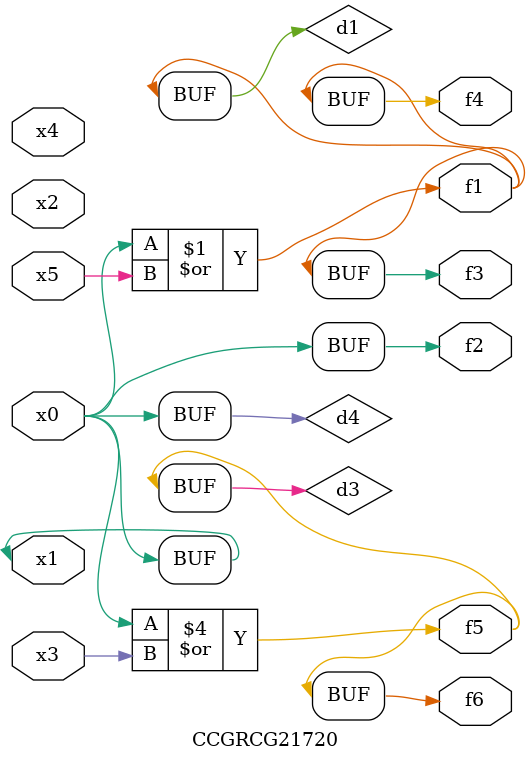
<source format=v>
module CCGRCG21720(
	input x0, x1, x2, x3, x4, x5,
	output f1, f2, f3, f4, f5, f6
);

	wire d1, d2, d3, d4;

	or (d1, x0, x5);
	xnor (d2, x1, x4);
	or (d3, x0, x3);
	buf (d4, x0, x1);
	assign f1 = d1;
	assign f2 = d4;
	assign f3 = d1;
	assign f4 = d1;
	assign f5 = d3;
	assign f6 = d3;
endmodule

</source>
